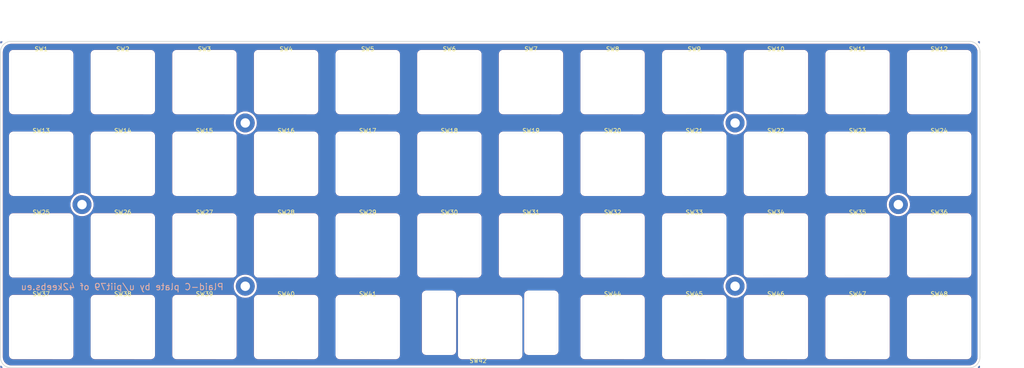
<source format=kicad_pcb>
(kicad_pcb (version 20171130) (host pcbnew 5.1.7-a382d34a8~88~ubuntu20.04.1)
  (layers (0 F.Cu signal) (31 B.Cu signal) (34 B.Paste user) (35 F.Paste user) (36 B.SilkS user) (37 F.SilkS user) (38 B.Mask user) (39 F.Mask user) (44 Edge.Cuts user))
  (net 0 "")
  (module plaid_silk:MX200 (layer F.Cu) (at 148.125 123.26 180)
    (fp_text reference SW42 (at 2.815 -7.855) (layer F.SilkS))
    (fp_text value SW_Push hide)
    (fp_line (start 6.999672 -6.499992) (end 6.999672 6.500007) (layer Edge.Cuts) (width 0.010007))
    (fp_line (start 15.40625 -5.499992) (end 15.40625 7.500008) (layer Edge.Cuts) (width 0.010007))
    (fp_line (start 8.40625 -5.499992) (end 8.40625 7.5) (layer Edge.Cuts) (width 0.010007))
    (fp_line (start -8.40625 -5.499992) (end -8.40625 7.5) (layer Edge.Cuts) (width 0.010007))
    (fp_line (start -15.40625 -5.499992) (end -15.40625 7.500008) (layer Edge.Cuts) (width 0.010007))
    (fp_line (start -14.90625 8.000008) (end -8.90625 8.000008) (layer Edge.Cuts) (width 0.010007))
    (fp_line (start -14.90625 -6) (end -8.90625 -5.999992) (layer Edge.Cuts) (width 0.010007))
    (fp_line (start 8.90625 8.000008) (end 14.90625 8.000008) (layer Edge.Cuts) (width 0.010007))
    (fp_line (start 8.90625 -5.999992) (end 14.90625 -5.999992) (layer Edge.Cuts) (width 0.010007))
    (fp_line (start -6.5 -7) (end 6.5 -7) (layer Edge.Cuts) (width 0.010007))
    (fp_line (start -6.5 7) (end 6.5 7) (layer Edge.Cuts) (width 0.010007))
    (fp_line (start -7 -6.5) (end -7 6.5) (layer Edge.Cuts) (width 0.010007))
    (fp_arc (start -8.90625 7.500008) (end -8.90625 8.000008) (angle -90) (layer Edge.Cuts) (width 0.010007))
    (fp_arc (start -14.90625 7.500008) (end -15.40625 7.500008) (angle -90) (layer Edge.Cuts) (width 0.010007))
    (fp_arc (start -8.90625 -5.5) (end -8.40625 -5.5) (angle -90) (layer Edge.Cuts) (width 0.010007))
    (fp_arc (start -14.90625 -5.5) (end -14.90625 -6) (angle -90) (layer Edge.Cuts) (width 0.010007))
    (fp_arc (start 8.90625 7.500008) (end 8.40625 7.500008) (angle -90) (layer Edge.Cuts) (width 0.010007))
    (fp_arc (start 14.90625 -5.5) (end 15.40625 -5.5) (angle -90) (layer Edge.Cuts) (width 0.010007))
    (fp_arc (start 8.90625 -5.5) (end 8.90625 -6) (angle -90) (layer Edge.Cuts) (width 0.010007))
    (fp_arc (start 14.90625 7.500008) (end 14.90625 8.000008) (angle -90) (layer Edge.Cuts) (width 0.010007))
    (fp_arc (start 6.499672 6.500007) (end 6.499672 7.000007) (angle -90) (layer Edge.Cuts) (width 0.010007))
    (fp_arc (start -6.5 6.5) (end -7 6.5) (angle -90) (layer Edge.Cuts) (width 0.010007))
    (fp_arc (start -6.5 -6.5) (end -6.5 -7) (angle -90) (layer Edge.Cuts) (width 0.010007))
    (fp_arc (start 6.5 -6.5) (end 7 -6.5) (angle -90) (layer Edge.Cuts) (width 0.010007))
  )
  (module plaid_silk:MX100 (layer F.Cu) (at 233.625 66.26)
    (fp_text reference SW11 (at 0 -7.7) (layer F.SilkS))
    (fp_text value SW_Push hide)
    (fp_line (start 7 -6.5) (end 7 6.5) (layer Edge.Cuts) (width 0.010007))
    (fp_line (start -6.5 -7) (end 6.5 -7) (layer Edge.Cuts) (width 0.010007))
    (fp_line (start -6.5 6.990924) (end 6.5 7) (layer Edge.Cuts) (width 0.010007))
    (fp_line (start -7 -6.5) (end -7 6.490924) (layer Edge.Cuts) (width 0.010007))
    (fp_arc (start -6.5 6.490924) (end -7 6.490924) (angle -90) (layer Edge.Cuts) (width 0.010007))
    (fp_arc (start -6.5 -6.5) (end -6.5 -7) (angle -90) (layer Edge.Cuts) (width 0.010007))
    (fp_arc (start 6.5 -6.5) (end 7 -6.5) (angle -90) (layer Edge.Cuts) (width 0.010007))
    (fp_arc (start 6.5 6.5) (end 6.5 7) (angle -90) (layer Edge.Cuts) (width 0.010007))
  )
  (module plaid_silk:MX100 (layer F.Cu) (at 157.625 85.26)
    (fp_text reference SW19 (at 0 -7.7) (layer F.SilkS))
    (fp_text value SW_Push hide)
    (fp_line (start 7 -6.5) (end 7 6.5) (layer Edge.Cuts) (width 0.010007))
    (fp_line (start -6.5 -7) (end 6.5 -7) (layer Edge.Cuts) (width 0.010007))
    (fp_line (start -6.5 6.990924) (end 6.5 7) (layer Edge.Cuts) (width 0.010007))
    (fp_line (start -7 -6.5) (end -7 6.490924) (layer Edge.Cuts) (width 0.010007))
    (fp_arc (start -6.5 6.490924) (end -7 6.490924) (angle -90) (layer Edge.Cuts) (width 0.010007))
    (fp_arc (start -6.5 -6.5) (end -6.5 -7) (angle -90) (layer Edge.Cuts) (width 0.010007))
    (fp_arc (start 6.5 -6.5) (end 7 -6.5) (angle -90) (layer Edge.Cuts) (width 0.010007))
    (fp_arc (start 6.5 6.5) (end 6.5 7) (angle -90) (layer Edge.Cuts) (width 0.010007))
  )
  (module plaid_silk:MX100 (layer F.Cu) (at 176.625 66.26)
    (fp_text reference SW8 (at 0 -7.7) (layer F.SilkS))
    (fp_text value SW_Push hide)
    (fp_line (start 7 -6.5) (end 7 6.5) (layer Edge.Cuts) (width 0.010007))
    (fp_line (start -6.5 -7) (end 6.5 -7) (layer Edge.Cuts) (width 0.010007))
    (fp_line (start -6.5 6.990924) (end 6.5 7) (layer Edge.Cuts) (width 0.010007))
    (fp_line (start -7 -6.5) (end -7 6.490924) (layer Edge.Cuts) (width 0.010007))
    (fp_arc (start -6.5 6.490924) (end -7 6.490924) (angle -90) (layer Edge.Cuts) (width 0.010007))
    (fp_arc (start -6.5 -6.5) (end -6.5 -7) (angle -90) (layer Edge.Cuts) (width 0.010007))
    (fp_arc (start 6.5 -6.5) (end 7 -6.5) (angle -90) (layer Edge.Cuts) (width 0.010007))
    (fp_arc (start 6.5 6.5) (end 6.5 7) (angle -90) (layer Edge.Cuts) (width 0.010007))
  )
  (module plaid_silk:MX100 (layer F.Cu) (at 195.625 66.26)
    (fp_text reference SW9 (at 0 -7.7) (layer F.SilkS))
    (fp_text value SW_Push hide)
    (fp_line (start 7 -6.5) (end 7 6.5) (layer Edge.Cuts) (width 0.010007))
    (fp_line (start -6.5 -7) (end 6.5 -7) (layer Edge.Cuts) (width 0.010007))
    (fp_line (start -6.5 6.990924) (end 6.5 7) (layer Edge.Cuts) (width 0.010007))
    (fp_line (start -7 -6.5) (end -7 6.490924) (layer Edge.Cuts) (width 0.010007))
    (fp_arc (start -6.5 6.490924) (end -7 6.490924) (angle -90) (layer Edge.Cuts) (width 0.010007))
    (fp_arc (start -6.5 -6.5) (end -6.5 -7) (angle -90) (layer Edge.Cuts) (width 0.010007))
    (fp_arc (start 6.5 -6.5) (end 7 -6.5) (angle -90) (layer Edge.Cuts) (width 0.010007))
    (fp_arc (start 6.5 6.5) (end 6.5 7) (angle -90) (layer Edge.Cuts) (width 0.010007))
  )
  (module plaid_silk:MX100 (layer F.Cu) (at 157.625 66.26)
    (fp_text reference SW7 (at 0 -7.7) (layer F.SilkS))
    (fp_text value SW_Push hide)
    (fp_line (start 7 -6.5) (end 7 6.5) (layer Edge.Cuts) (width 0.010007))
    (fp_line (start -6.5 -7) (end 6.5 -7) (layer Edge.Cuts) (width 0.010007))
    (fp_line (start -6.5 6.990924) (end 6.5 7) (layer Edge.Cuts) (width 0.010007))
    (fp_line (start -7 -6.5) (end -7 6.490924) (layer Edge.Cuts) (width 0.010007))
    (fp_arc (start -6.5 6.490924) (end -7 6.490924) (angle -90) (layer Edge.Cuts) (width 0.010007))
    (fp_arc (start -6.5 -6.5) (end -6.5 -7) (angle -90) (layer Edge.Cuts) (width 0.010007))
    (fp_arc (start 6.5 -6.5) (end 7 -6.5) (angle -90) (layer Edge.Cuts) (width 0.010007))
    (fp_arc (start 6.5 6.5) (end 6.5 7) (angle -90) (layer Edge.Cuts) (width 0.010007))
  )
  (module plaid_silk:MX100 (layer F.Cu) (at 62.625 66.26)
    (fp_text reference SW2 (at 0 -7.7) (layer F.SilkS))
    (fp_text value SW_Push hide)
    (fp_line (start 7 -6.5) (end 7 6.5) (layer Edge.Cuts) (width 0.010007))
    (fp_line (start -6.5 -7) (end 6.5 -7) (layer Edge.Cuts) (width 0.010007))
    (fp_line (start -6.5 6.990924) (end 6.5 7) (layer Edge.Cuts) (width 0.010007))
    (fp_line (start -7 -6.5) (end -7 6.490924) (layer Edge.Cuts) (width 0.010007))
    (fp_arc (start -6.5 6.490924) (end -7 6.490924) (angle -90) (layer Edge.Cuts) (width 0.010007))
    (fp_arc (start -6.5 -6.5) (end -6.5 -7) (angle -90) (layer Edge.Cuts) (width 0.010007))
    (fp_arc (start 6.5 -6.5) (end 7 -6.5) (angle -90) (layer Edge.Cuts) (width 0.010007))
    (fp_arc (start 6.5 6.5) (end 6.5 7) (angle -90) (layer Edge.Cuts) (width 0.010007))
  )
  (module plaid_silk:MX100 (layer F.Cu) (at 100.625 123.26)
    (fp_text reference SW40 (at 0 -7.7) (layer F.SilkS))
    (fp_text value SW_Push hide)
    (fp_line (start 7 -6.5) (end 7 6.5) (layer Edge.Cuts) (width 0.010007))
    (fp_line (start -6.5 -7) (end 6.5 -7) (layer Edge.Cuts) (width 0.010007))
    (fp_line (start -6.5 6.990924) (end 6.5 7) (layer Edge.Cuts) (width 0.010007))
    (fp_line (start -7 -6.5) (end -7 6.490924) (layer Edge.Cuts) (width 0.010007))
    (fp_arc (start -6.5 6.490924) (end -7 6.490924) (angle -90) (layer Edge.Cuts) (width 0.010007))
    (fp_arc (start -6.5 -6.5) (end -6.5 -7) (angle -90) (layer Edge.Cuts) (width 0.010007))
    (fp_arc (start 6.5 -6.5) (end 7 -6.5) (angle -90) (layer Edge.Cuts) (width 0.010007))
    (fp_arc (start 6.5 6.5) (end 6.5 7) (angle -90) (layer Edge.Cuts) (width 0.010007))
  )
  (module plaid_silk:MX100 (layer F.Cu) (at 100.625 104.26)
    (fp_text reference SW28 (at 0 -7.7) (layer F.SilkS))
    (fp_text value SW_Push hide)
    (fp_line (start 7 -6.5) (end 7 6.5) (layer Edge.Cuts) (width 0.010007))
    (fp_line (start -6.5 -7) (end 6.5 -7) (layer Edge.Cuts) (width 0.010007))
    (fp_line (start -6.5 6.990924) (end 6.5 7) (layer Edge.Cuts) (width 0.010007))
    (fp_line (start -7 -6.5) (end -7 6.490924) (layer Edge.Cuts) (width 0.010007))
    (fp_arc (start -6.5 6.490924) (end -7 6.490924) (angle -90) (layer Edge.Cuts) (width 0.010007))
    (fp_arc (start -6.5 -6.5) (end -6.5 -7) (angle -90) (layer Edge.Cuts) (width 0.010007))
    (fp_arc (start 6.5 -6.5) (end 7 -6.5) (angle -90) (layer Edge.Cuts) (width 0.010007))
    (fp_arc (start 6.5 6.5) (end 6.5 7) (angle -90) (layer Edge.Cuts) (width 0.010007))
  )
  (module plaid_silk:MX100 (layer F.Cu) (at 81.625 66.26)
    (fp_text reference SW3 (at 0 -7.7) (layer F.SilkS))
    (fp_text value SW_Push hide)
    (fp_line (start 7 -6.5) (end 7 6.5) (layer Edge.Cuts) (width 0.010007))
    (fp_line (start -6.5 -7) (end 6.5 -7) (layer Edge.Cuts) (width 0.010007))
    (fp_line (start -6.5 6.990924) (end 6.5 7) (layer Edge.Cuts) (width 0.010007))
    (fp_line (start -7 -6.5) (end -7 6.490924) (layer Edge.Cuts) (width 0.010007))
    (fp_arc (start -6.5 6.490924) (end -7 6.490924) (angle -90) (layer Edge.Cuts) (width 0.010007))
    (fp_arc (start -6.5 -6.5) (end -6.5 -7) (angle -90) (layer Edge.Cuts) (width 0.010007))
    (fp_arc (start 6.5 -6.5) (end 7 -6.5) (angle -90) (layer Edge.Cuts) (width 0.010007))
    (fp_arc (start 6.5 6.5) (end 6.5 7) (angle -90) (layer Edge.Cuts) (width 0.010007))
  )
  (module plaid_silk:MX100 (layer F.Cu) (at 100.625 66.26)
    (fp_text reference SW4 (at 0 -7.7) (layer F.SilkS))
    (fp_text value SW_Push hide)
    (fp_line (start 7 -6.5) (end 7 6.5) (layer Edge.Cuts) (width 0.010007))
    (fp_line (start -6.5 -7) (end 6.5 -7) (layer Edge.Cuts) (width 0.010007))
    (fp_line (start -6.5 6.990924) (end 6.5 7) (layer Edge.Cuts) (width 0.010007))
    (fp_line (start -7 -6.5) (end -7 6.490924) (layer Edge.Cuts) (width 0.010007))
    (fp_arc (start -6.5 6.490924) (end -7 6.490924) (angle -90) (layer Edge.Cuts) (width 0.010007))
    (fp_arc (start -6.5 -6.5) (end -6.5 -7) (angle -90) (layer Edge.Cuts) (width 0.010007))
    (fp_arc (start 6.5 -6.5) (end 7 -6.5) (angle -90) (layer Edge.Cuts) (width 0.010007))
    (fp_arc (start 6.5 6.5) (end 6.5 7) (angle -90) (layer Edge.Cuts) (width 0.010007))
  )
  (module plaid_silk:MX100 (layer F.Cu) (at 119.625 66.26)
    (fp_text reference SW5 (at 0 -7.7) (layer F.SilkS))
    (fp_text value SW_Push hide)
    (fp_line (start 7 -6.5) (end 7 6.5) (layer Edge.Cuts) (width 0.010007))
    (fp_line (start -6.5 -7) (end 6.5 -7) (layer Edge.Cuts) (width 0.010007))
    (fp_line (start -6.5 6.990924) (end 6.5 7) (layer Edge.Cuts) (width 0.010007))
    (fp_line (start -7 -6.5) (end -7 6.490924) (layer Edge.Cuts) (width 0.010007))
    (fp_arc (start -6.5 6.490924) (end -7 6.490924) (angle -90) (layer Edge.Cuts) (width 0.010007))
    (fp_arc (start -6.5 -6.5) (end -6.5 -7) (angle -90) (layer Edge.Cuts) (width 0.010007))
    (fp_arc (start 6.5 -6.5) (end 7 -6.5) (angle -90) (layer Edge.Cuts) (width 0.010007))
    (fp_arc (start 6.5 6.5) (end 6.5 7) (angle -90) (layer Edge.Cuts) (width 0.010007))
  )
  (module plaid_silk:MX100 (layer F.Cu) (at 138.625 66.26)
    (fp_text reference SW6 (at 0 -7.7) (layer F.SilkS))
    (fp_text value SW_Push hide)
    (fp_line (start 7 -6.5) (end 7 6.5) (layer Edge.Cuts) (width 0.010007))
    (fp_line (start -6.5 -7) (end 6.5 -7) (layer Edge.Cuts) (width 0.010007))
    (fp_line (start -6.5 6.990924) (end 6.5 7) (layer Edge.Cuts) (width 0.010007))
    (fp_line (start -7 -6.5) (end -7 6.490924) (layer Edge.Cuts) (width 0.010007))
    (fp_arc (start -6.5 6.490924) (end -7 6.490924) (angle -90) (layer Edge.Cuts) (width 0.010007))
    (fp_arc (start -6.5 -6.5) (end -6.5 -7) (angle -90) (layer Edge.Cuts) (width 0.010007))
    (fp_arc (start 6.5 -6.5) (end 7 -6.5) (angle -90) (layer Edge.Cuts) (width 0.010007))
    (fp_arc (start 6.5 6.5) (end 6.5 7) (angle -90) (layer Edge.Cuts) (width 0.010007))
  )
  (module plaid_silk:MX100 (layer F.Cu) (at 214.625 66.26)
    (fp_text reference SW10 (at 0 -7.7) (layer F.SilkS))
    (fp_text value SW_Push hide)
    (fp_line (start 7 -6.5) (end 7 6.5) (layer Edge.Cuts) (width 0.010007))
    (fp_line (start -6.5 -7) (end 6.5 -7) (layer Edge.Cuts) (width 0.010007))
    (fp_line (start -6.5 6.990924) (end 6.5 7) (layer Edge.Cuts) (width 0.010007))
    (fp_line (start -7 -6.5) (end -7 6.490924) (layer Edge.Cuts) (width 0.010007))
    (fp_arc (start -6.5 6.490924) (end -7 6.490924) (angle -90) (layer Edge.Cuts) (width 0.010007))
    (fp_arc (start -6.5 -6.5) (end -6.5 -7) (angle -90) (layer Edge.Cuts) (width 0.010007))
    (fp_arc (start 6.5 -6.5) (end 7 -6.5) (angle -90) (layer Edge.Cuts) (width 0.010007))
    (fp_arc (start 6.5 6.5) (end 6.5 7) (angle -90) (layer Edge.Cuts) (width 0.010007))
  )
  (module plaid_silk:MX100 (layer F.Cu) (at 252.625 66.26)
    (fp_text reference SW12 (at 0 -7.7) (layer F.SilkS))
    (fp_text value SW_Push hide)
    (fp_line (start 7 -6.5) (end 7 6.5) (layer Edge.Cuts) (width 0.010007))
    (fp_line (start -6.5 -7) (end 6.5 -7) (layer Edge.Cuts) (width 0.010007))
    (fp_line (start -6.5 6.990924) (end 6.5 7) (layer Edge.Cuts) (width 0.010007))
    (fp_line (start -7 -6.5) (end -7 6.490924) (layer Edge.Cuts) (width 0.010007))
    (fp_arc (start -6.5 6.490924) (end -7 6.490924) (angle -90) (layer Edge.Cuts) (width 0.010007))
    (fp_arc (start -6.5 -6.5) (end -6.5 -7) (angle -90) (layer Edge.Cuts) (width 0.010007))
    (fp_arc (start 6.5 -6.5) (end 7 -6.5) (angle -90) (layer Edge.Cuts) (width 0.010007))
    (fp_arc (start 6.5 6.5) (end 6.5 7) (angle -90) (layer Edge.Cuts) (width 0.010007))
  )
  (module plaid_silk:MX100 (layer F.Cu) (at 43.625 85.26)
    (fp_text reference SW13 (at 0 -7.7) (layer F.SilkS))
    (fp_text value SW_Push hide)
    (fp_line (start 7 -6.5) (end 7 6.5) (layer Edge.Cuts) (width 0.010007))
    (fp_line (start -6.5 -7) (end 6.5 -7) (layer Edge.Cuts) (width 0.010007))
    (fp_line (start -6.5 6.990924) (end 6.5 7) (layer Edge.Cuts) (width 0.010007))
    (fp_line (start -7 -6.5) (end -7 6.490924) (layer Edge.Cuts) (width 0.010007))
    (fp_arc (start -6.5 6.490924) (end -7 6.490924) (angle -90) (layer Edge.Cuts) (width 0.010007))
    (fp_arc (start -6.5 -6.5) (end -6.5 -7) (angle -90) (layer Edge.Cuts) (width 0.010007))
    (fp_arc (start 6.5 -6.5) (end 7 -6.5) (angle -90) (layer Edge.Cuts) (width 0.010007))
    (fp_arc (start 6.5 6.5) (end 6.5 7) (angle -90) (layer Edge.Cuts) (width 0.010007))
  )
  (module plaid_silk:MX100 (layer F.Cu) (at 62.625 85.26)
    (fp_text reference SW14 (at 0 -7.7) (layer F.SilkS))
    (fp_text value SW_Push hide)
    (fp_line (start 7 -6.5) (end 7 6.5) (layer Edge.Cuts) (width 0.010007))
    (fp_line (start -6.5 -7) (end 6.5 -7) (layer Edge.Cuts) (width 0.010007))
    (fp_line (start -6.5 6.990924) (end 6.5 7) (layer Edge.Cuts) (width 0.010007))
    (fp_line (start -7 -6.5) (end -7 6.490924) (layer Edge.Cuts) (width 0.010007))
    (fp_arc (start -6.5 6.490924) (end -7 6.490924) (angle -90) (layer Edge.Cuts) (width 0.010007))
    (fp_arc (start -6.5 -6.5) (end -6.5 -7) (angle -90) (layer Edge.Cuts) (width 0.010007))
    (fp_arc (start 6.5 -6.5) (end 7 -6.5) (angle -90) (layer Edge.Cuts) (width 0.010007))
    (fp_arc (start 6.5 6.5) (end 6.5 7) (angle -90) (layer Edge.Cuts) (width 0.010007))
  )
  (module plaid_silk:MX100 (layer F.Cu) (at 81.625 85.26)
    (fp_text reference SW15 (at 0 -7.7) (layer F.SilkS))
    (fp_text value SW_Push hide)
    (fp_line (start 7 -6.5) (end 7 6.5) (layer Edge.Cuts) (width 0.010007))
    (fp_line (start -6.5 -7) (end 6.5 -7) (layer Edge.Cuts) (width 0.010007))
    (fp_line (start -6.5 6.990924) (end 6.5 7) (layer Edge.Cuts) (width 0.010007))
    (fp_line (start -7 -6.5) (end -7 6.490924) (layer Edge.Cuts) (width 0.010007))
    (fp_arc (start -6.5 6.490924) (end -7 6.490924) (angle -90) (layer Edge.Cuts) (width 0.010007))
    (fp_arc (start -6.5 -6.5) (end -6.5 -7) (angle -90) (layer Edge.Cuts) (width 0.010007))
    (fp_arc (start 6.5 -6.5) (end 7 -6.5) (angle -90) (layer Edge.Cuts) (width 0.010007))
    (fp_arc (start 6.5 6.5) (end 6.5 7) (angle -90) (layer Edge.Cuts) (width 0.010007))
  )
  (module plaid_silk:MX100 (layer F.Cu) (at 100.625 85.26)
    (fp_text reference SW16 (at 0 -7.7) (layer F.SilkS))
    (fp_text value SW_Push hide)
    (fp_line (start 7 -6.5) (end 7 6.5) (layer Edge.Cuts) (width 0.010007))
    (fp_line (start -6.5 -7) (end 6.5 -7) (layer Edge.Cuts) (width 0.010007))
    (fp_line (start -6.5 6.990924) (end 6.5 7) (layer Edge.Cuts) (width 0.010007))
    (fp_line (start -7 -6.5) (end -7 6.490924) (layer Edge.Cuts) (width 0.010007))
    (fp_arc (start -6.5 6.490924) (end -7 6.490924) (angle -90) (layer Edge.Cuts) (width 0.010007))
    (fp_arc (start -6.5 -6.5) (end -6.5 -7) (angle -90) (layer Edge.Cuts) (width 0.010007))
    (fp_arc (start 6.5 -6.5) (end 7 -6.5) (angle -90) (layer Edge.Cuts) (width 0.010007))
    (fp_arc (start 6.5 6.5) (end 6.5 7) (angle -90) (layer Edge.Cuts) (width 0.010007))
  )
  (module plaid_silk:MX100 (layer F.Cu) (at 119.625 85.26)
    (fp_text reference SW17 (at 0 -7.7) (layer F.SilkS))
    (fp_text value SW_Push hide)
    (fp_line (start 7 -6.5) (end 7 6.5) (layer Edge.Cuts) (width 0.010007))
    (fp_line (start -6.5 -7) (end 6.5 -7) (layer Edge.Cuts) (width 0.010007))
    (fp_line (start -6.5 6.990924) (end 6.5 7) (layer Edge.Cuts) (width 0.010007))
    (fp_line (start -7 -6.5) (end -7 6.490924) (layer Edge.Cuts) (width 0.010007))
    (fp_arc (start -6.5 6.490924) (end -7 6.490924) (angle -90) (layer Edge.Cuts) (width 0.010007))
    (fp_arc (start -6.5 -6.5) (end -6.5 -7) (angle -90) (layer Edge.Cuts) (width 0.010007))
    (fp_arc (start 6.5 -6.5) (end 7 -6.5) (angle -90) (layer Edge.Cuts) (width 0.010007))
    (fp_arc (start 6.5 6.5) (end 6.5 7) (angle -90) (layer Edge.Cuts) (width 0.010007))
  )
  (module plaid_silk:MX100 (layer F.Cu) (at 138.625 85.26)
    (fp_text reference SW18 (at 0 -7.7) (layer F.SilkS))
    (fp_text value SW_Push hide)
    (fp_line (start 7 -6.5) (end 7 6.5) (layer Edge.Cuts) (width 0.010007))
    (fp_line (start -6.5 -7) (end 6.5 -7) (layer Edge.Cuts) (width 0.010007))
    (fp_line (start -6.5 6.990924) (end 6.5 7) (layer Edge.Cuts) (width 0.010007))
    (fp_line (start -7 -6.5) (end -7 6.490924) (layer Edge.Cuts) (width 0.010007))
    (fp_arc (start -6.5 6.490924) (end -7 6.490924) (angle -90) (layer Edge.Cuts) (width 0.010007))
    (fp_arc (start -6.5 -6.5) (end -6.5 -7) (angle -90) (layer Edge.Cuts) (width 0.010007))
    (fp_arc (start 6.5 -6.5) (end 7 -6.5) (angle -90) (layer Edge.Cuts) (width 0.010007))
    (fp_arc (start 6.5 6.5) (end 6.5 7) (angle -90) (layer Edge.Cuts) (width 0.010007))
  )
  (module plaid_silk:MX100 (layer F.Cu) (at 176.625 85.26)
    (fp_text reference SW20 (at 0 -7.7) (layer F.SilkS))
    (fp_text value SW_Push hide)
    (fp_line (start 7 -6.5) (end 7 6.5) (layer Edge.Cuts) (width 0.010007))
    (fp_line (start -6.5 -7) (end 6.5 -7) (layer Edge.Cuts) (width 0.010007))
    (fp_line (start -6.5 6.990924) (end 6.5 7) (layer Edge.Cuts) (width 0.010007))
    (fp_line (start -7 -6.5) (end -7 6.490924) (layer Edge.Cuts) (width 0.010007))
    (fp_arc (start -6.5 6.490924) (end -7 6.490924) (angle -90) (layer Edge.Cuts) (width 0.010007))
    (fp_arc (start -6.5 -6.5) (end -6.5 -7) (angle -90) (layer Edge.Cuts) (width 0.010007))
    (fp_arc (start 6.5 -6.5) (end 7 -6.5) (angle -90) (layer Edge.Cuts) (width 0.010007))
    (fp_arc (start 6.5 6.5) (end 6.5 7) (angle -90) (layer Edge.Cuts) (width 0.010007))
  )
  (module plaid_silk:MX100 (layer F.Cu) (at 195.625 85.26)
    (fp_text reference SW21 (at 0 -7.7) (layer F.SilkS))
    (fp_text value SW_Push hide)
    (fp_line (start 7 -6.5) (end 7 6.5) (layer Edge.Cuts) (width 0.010007))
    (fp_line (start -6.5 -7) (end 6.5 -7) (layer Edge.Cuts) (width 0.010007))
    (fp_line (start -6.5 6.990924) (end 6.5 7) (layer Edge.Cuts) (width 0.010007))
    (fp_line (start -7 -6.5) (end -7 6.490924) (layer Edge.Cuts) (width 0.010007))
    (fp_arc (start -6.5 6.490924) (end -7 6.490924) (angle -90) (layer Edge.Cuts) (width 0.010007))
    (fp_arc (start -6.5 -6.5) (end -6.5 -7) (angle -90) (layer Edge.Cuts) (width 0.010007))
    (fp_arc (start 6.5 -6.5) (end 7 -6.5) (angle -90) (layer Edge.Cuts) (width 0.010007))
    (fp_arc (start 6.5 6.5) (end 6.5 7) (angle -90) (layer Edge.Cuts) (width 0.010007))
  )
  (module plaid_silk:MX100 (layer F.Cu) (at 214.625 85.26)
    (fp_text reference SW22 (at 0 -7.7) (layer F.SilkS))
    (fp_text value SW_Push hide)
    (fp_line (start 7 -6.5) (end 7 6.5) (layer Edge.Cuts) (width 0.010007))
    (fp_line (start -6.5 -7) (end 6.5 -7) (layer Edge.Cuts) (width 0.010007))
    (fp_line (start -6.5 6.990924) (end 6.5 7) (layer Edge.Cuts) (width 0.010007))
    (fp_line (start -7 -6.5) (end -7 6.490924) (layer Edge.Cuts) (width 0.010007))
    (fp_arc (start -6.5 6.490924) (end -7 6.490924) (angle -90) (layer Edge.Cuts) (width 0.010007))
    (fp_arc (start -6.5 -6.5) (end -6.5 -7) (angle -90) (layer Edge.Cuts) (width 0.010007))
    (fp_arc (start 6.5 -6.5) (end 7 -6.5) (angle -90) (layer Edge.Cuts) (width 0.010007))
    (fp_arc (start 6.5 6.5) (end 6.5 7) (angle -90) (layer Edge.Cuts) (width 0.010007))
  )
  (module plaid_silk:MX100 (layer F.Cu) (at 233.625 85.26)
    (fp_text reference SW23 (at 0 -7.7) (layer F.SilkS))
    (fp_text value SW_Push hide)
    (fp_line (start 7 -6.5) (end 7 6.5) (layer Edge.Cuts) (width 0.010007))
    (fp_line (start -6.5 -7) (end 6.5 -7) (layer Edge.Cuts) (width 0.010007))
    (fp_line (start -6.5 6.990924) (end 6.5 7) (layer Edge.Cuts) (width 0.010007))
    (fp_line (start -7 -6.5) (end -7 6.490924) (layer Edge.Cuts) (width 0.010007))
    (fp_arc (start -6.5 6.490924) (end -7 6.490924) (angle -90) (layer Edge.Cuts) (width 0.010007))
    (fp_arc (start -6.5 -6.5) (end -6.5 -7) (angle -90) (layer Edge.Cuts) (width 0.010007))
    (fp_arc (start 6.5 -6.5) (end 7 -6.5) (angle -90) (layer Edge.Cuts) (width 0.010007))
    (fp_arc (start 6.5 6.5) (end 6.5 7) (angle -90) (layer Edge.Cuts) (width 0.010007))
  )
  (module plaid_silk:MX100 (layer F.Cu) (at 252.625 85.26)
    (fp_text reference SW24 (at 0 -7.7) (layer F.SilkS))
    (fp_text value SW_Push hide)
    (fp_line (start 7 -6.5) (end 7 6.5) (layer Edge.Cuts) (width 0.010007))
    (fp_line (start -6.5 -7) (end 6.5 -7) (layer Edge.Cuts) (width 0.010007))
    (fp_line (start -6.5 6.990924) (end 6.5 7) (layer Edge.Cuts) (width 0.010007))
    (fp_line (start -7 -6.5) (end -7 6.490924) (layer Edge.Cuts) (width 0.010007))
    (fp_arc (start -6.5 6.490924) (end -7 6.490924) (angle -90) (layer Edge.Cuts) (width 0.010007))
    (fp_arc (start -6.5 -6.5) (end -6.5 -7) (angle -90) (layer Edge.Cuts) (width 0.010007))
    (fp_arc (start 6.5 -6.5) (end 7 -6.5) (angle -90) (layer Edge.Cuts) (width 0.010007))
    (fp_arc (start 6.5 6.5) (end 6.5 7) (angle -90) (layer Edge.Cuts) (width 0.010007))
  )
  (module plaid_silk:MX100 (layer F.Cu) (at 43.625 104.26)
    (fp_text reference SW25 (at 0 -7.7) (layer F.SilkS))
    (fp_text value SW_Push hide)
    (fp_line (start 7 -6.5) (end 7 6.5) (layer Edge.Cuts) (width 0.010007))
    (fp_line (start -6.5 -7) (end 6.5 -7) (layer Edge.Cuts) (width 0.010007))
    (fp_line (start -6.5 6.990924) (end 6.5 7) (layer Edge.Cuts) (width 0.010007))
    (fp_line (start -7 -6.5) (end -7 6.490924) (layer Edge.Cuts) (width 0.010007))
    (fp_arc (start -6.5 6.490924) (end -7 6.490924) (angle -90) (layer Edge.Cuts) (width 0.010007))
    (fp_arc (start -6.5 -6.5) (end -6.5 -7) (angle -90) (layer Edge.Cuts) (width 0.010007))
    (fp_arc (start 6.5 -6.5) (end 7 -6.5) (angle -90) (layer Edge.Cuts) (width 0.010007))
    (fp_arc (start 6.5 6.5) (end 6.5 7) (angle -90) (layer Edge.Cuts) (width 0.010007))
  )
  (module plaid_silk:MX100 (layer F.Cu) (at 62.625 104.26)
    (fp_text reference SW26 (at 0 -7.7) (layer F.SilkS))
    (fp_text value SW_Push hide)
    (fp_line (start 7 -6.5) (end 7 6.5) (layer Edge.Cuts) (width 0.010007))
    (fp_line (start -6.5 -7) (end 6.5 -7) (layer Edge.Cuts) (width 0.010007))
    (fp_line (start -6.5 6.990924) (end 6.5 7) (layer Edge.Cuts) (width 0.010007))
    (fp_line (start -7 -6.5) (end -7 6.490924) (layer Edge.Cuts) (width 0.010007))
    (fp_arc (start -6.5 6.490924) (end -7 6.490924) (angle -90) (layer Edge.Cuts) (width 0.010007))
    (fp_arc (start -6.5 -6.5) (end -6.5 -7) (angle -90) (layer Edge.Cuts) (width 0.010007))
    (fp_arc (start 6.5 -6.5) (end 7 -6.5) (angle -90) (layer Edge.Cuts) (width 0.010007))
    (fp_arc (start 6.5 6.5) (end 6.5 7) (angle -90) (layer Edge.Cuts) (width 0.010007))
  )
  (module plaid_silk:MX100 (layer F.Cu) (at 81.625 104.26)
    (fp_text reference SW27 (at 0 -7.7) (layer F.SilkS))
    (fp_text value SW_Push hide)
    (fp_line (start 7 -6.5) (end 7 6.5) (layer Edge.Cuts) (width 0.010007))
    (fp_line (start -6.5 -7) (end 6.5 -7) (layer Edge.Cuts) (width 0.010007))
    (fp_line (start -6.5 6.990924) (end 6.5 7) (layer Edge.Cuts) (width 0.010007))
    (fp_line (start -7 -6.5) (end -7 6.490924) (layer Edge.Cuts) (width 0.010007))
    (fp_arc (start -6.5 6.490924) (end -7 6.490924) (angle -90) (layer Edge.Cuts) (width 0.010007))
    (fp_arc (start -6.5 -6.5) (end -6.5 -7) (angle -90) (layer Edge.Cuts) (width 0.010007))
    (fp_arc (start 6.5 -6.5) (end 7 -6.5) (angle -90) (layer Edge.Cuts) (width 0.010007))
    (fp_arc (start 6.5 6.5) (end 6.5 7) (angle -90) (layer Edge.Cuts) (width 0.010007))
  )
  (module plaid_silk:MX100 (layer F.Cu) (at 119.625 104.26)
    (fp_text reference SW29 (at 0 -7.7) (layer F.SilkS))
    (fp_text value SW_Push hide)
    (fp_line (start 7 -6.5) (end 7 6.5) (layer Edge.Cuts) (width 0.010007))
    (fp_line (start -6.5 -7) (end 6.5 -7) (layer Edge.Cuts) (width 0.010007))
    (fp_line (start -6.5 6.990924) (end 6.5 7) (layer Edge.Cuts) (width 0.010007))
    (fp_line (start -7 -6.5) (end -7 6.490924) (layer Edge.Cuts) (width 0.010007))
    (fp_arc (start -6.5 6.490924) (end -7 6.490924) (angle -90) (layer Edge.Cuts) (width 0.010007))
    (fp_arc (start -6.5 -6.5) (end -6.5 -7) (angle -90) (layer Edge.Cuts) (width 0.010007))
    (fp_arc (start 6.5 -6.5) (end 7 -6.5) (angle -90) (layer Edge.Cuts) (width 0.010007))
    (fp_arc (start 6.5 6.5) (end 6.5 7) (angle -90) (layer Edge.Cuts) (width 0.010007))
  )
  (module plaid_silk:MX100 (layer F.Cu) (at 138.625 104.26)
    (fp_text reference SW30 (at 0 -7.7) (layer F.SilkS))
    (fp_text value SW_Push hide)
    (fp_line (start 7 -6.5) (end 7 6.5) (layer Edge.Cuts) (width 0.010007))
    (fp_line (start -6.5 -7) (end 6.5 -7) (layer Edge.Cuts) (width 0.010007))
    (fp_line (start -6.5 6.990924) (end 6.5 7) (layer Edge.Cuts) (width 0.010007))
    (fp_line (start -7 -6.5) (end -7 6.490924) (layer Edge.Cuts) (width 0.010007))
    (fp_arc (start -6.5 6.490924) (end -7 6.490924) (angle -90) (layer Edge.Cuts) (width 0.010007))
    (fp_arc (start -6.5 -6.5) (end -6.5 -7) (angle -90) (layer Edge.Cuts) (width 0.010007))
    (fp_arc (start 6.5 -6.5) (end 7 -6.5) (angle -90) (layer Edge.Cuts) (width 0.010007))
    (fp_arc (start 6.5 6.5) (end 6.5 7) (angle -90) (layer Edge.Cuts) (width 0.010007))
  )
  (module plaid_silk:MX100 (layer F.Cu) (at 157.625 104.26)
    (fp_text reference SW31 (at 0 -7.7) (layer F.SilkS))
    (fp_text value SW_Push hide)
    (fp_line (start 7 -6.5) (end 7 6.5) (layer Edge.Cuts) (width 0.010007))
    (fp_line (start -6.5 -7) (end 6.5 -7) (layer Edge.Cuts) (width 0.010007))
    (fp_line (start -6.5 6.990924) (end 6.5 7) (layer Edge.Cuts) (width 0.010007))
    (fp_line (start -7 -6.5) (end -7 6.490924) (layer Edge.Cuts) (width 0.010007))
    (fp_arc (start -6.5 6.490924) (end -7 6.490924) (angle -90) (layer Edge.Cuts) (width 0.010007))
    (fp_arc (start -6.5 -6.5) (end -6.5 -7) (angle -90) (layer Edge.Cuts) (width 0.010007))
    (fp_arc (start 6.5 -6.5) (end 7 -6.5) (angle -90) (layer Edge.Cuts) (width 0.010007))
    (fp_arc (start 6.5 6.5) (end 6.5 7) (angle -90) (layer Edge.Cuts) (width 0.010007))
  )
  (module plaid_silk:MX100 (layer F.Cu) (at 176.625 104.26)
    (fp_text reference SW32 (at 0 -7.7) (layer F.SilkS))
    (fp_text value SW_Push hide)
    (fp_line (start 7 -6.5) (end 7 6.5) (layer Edge.Cuts) (width 0.010007))
    (fp_line (start -6.5 -7) (end 6.5 -7) (layer Edge.Cuts) (width 0.010007))
    (fp_line (start -6.5 6.990924) (end 6.5 7) (layer Edge.Cuts) (width 0.010007))
    (fp_line (start -7 -6.5) (end -7 6.490924) (layer Edge.Cuts) (width 0.010007))
    (fp_arc (start -6.5 6.490924) (end -7 6.490924) (angle -90) (layer Edge.Cuts) (width 0.010007))
    (fp_arc (start -6.5 -6.5) (end -6.5 -7) (angle -90) (layer Edge.Cuts) (width 0.010007))
    (fp_arc (start 6.5 -6.5) (end 7 -6.5) (angle -90) (layer Edge.Cuts) (width 0.010007))
    (fp_arc (start 6.5 6.5) (end 6.5 7) (angle -90) (layer Edge.Cuts) (width 0.010007))
  )
  (module plaid_silk:MX100 (layer F.Cu) (at 195.625 104.26)
    (fp_text reference SW33 (at 0 -7.7) (layer F.SilkS))
    (fp_text value SW_Push hide)
    (fp_line (start 7 -6.5) (end 7 6.5) (layer Edge.Cuts) (width 0.010007))
    (fp_line (start -6.5 -7) (end 6.5 -7) (layer Edge.Cuts) (width 0.010007))
    (fp_line (start -6.5 6.990924) (end 6.5 7) (layer Edge.Cuts) (width 0.010007))
    (fp_line (start -7 -6.5) (end -7 6.490924) (layer Edge.Cuts) (width 0.010007))
    (fp_arc (start -6.5 6.490924) (end -7 6.490924) (angle -90) (layer Edge.Cuts) (width 0.010007))
    (fp_arc (start -6.5 -6.5) (end -6.5 -7) (angle -90) (layer Edge.Cuts) (width 0.010007))
    (fp_arc (start 6.5 -6.5) (end 7 -6.5) (angle -90) (layer Edge.Cuts) (width 0.010007))
    (fp_arc (start 6.5 6.5) (end 6.5 7) (angle -90) (layer Edge.Cuts) (width 0.010007))
  )
  (module plaid_silk:MX100 (layer F.Cu) (at 214.625 104.26)
    (fp_text reference SW34 (at 0 -7.7) (layer F.SilkS))
    (fp_text value SW_Push hide)
    (fp_line (start 7 -6.5) (end 7 6.5) (layer Edge.Cuts) (width 0.010007))
    (fp_line (start -6.5 -7) (end 6.5 -7) (layer Edge.Cuts) (width 0.010007))
    (fp_line (start -6.5 6.990924) (end 6.5 7) (layer Edge.Cuts) (width 0.010007))
    (fp_line (start -7 -6.5) (end -7 6.490924) (layer Edge.Cuts) (width 0.010007))
    (fp_arc (start -6.5 6.490924) (end -7 6.490924) (angle -90) (layer Edge.Cuts) (width 0.010007))
    (fp_arc (start -6.5 -6.5) (end -6.5 -7) (angle -90) (layer Edge.Cuts) (width 0.010007))
    (fp_arc (start 6.5 -6.5) (end 7 -6.5) (angle -90) (layer Edge.Cuts) (width 0.010007))
    (fp_arc (start 6.5 6.5) (end 6.5 7) (angle -90) (layer Edge.Cuts) (width 0.010007))
  )
  (module plaid_silk:MX100 (layer F.Cu) (at 233.625 104.26)
    (fp_text reference SW35 (at 0 -7.7) (layer F.SilkS))
    (fp_text value SW_Push hide)
    (fp_line (start 7 -6.5) (end 7 6.5) (layer Edge.Cuts) (width 0.010007))
    (fp_line (start -6.5 -7) (end 6.5 -7) (layer Edge.Cuts) (width 0.010007))
    (fp_line (start -6.5 6.990924) (end 6.5 7) (layer Edge.Cuts) (width 0.010007))
    (fp_line (start -7 -6.5) (end -7 6.490924) (layer Edge.Cuts) (width 0.010007))
    (fp_arc (start -6.5 6.490924) (end -7 6.490924) (angle -90) (layer Edge.Cuts) (width 0.010007))
    (fp_arc (start -6.5 -6.5) (end -6.5 -7) (angle -90) (layer Edge.Cuts) (width 0.010007))
    (fp_arc (start 6.5 -6.5) (end 7 -6.5) (angle -90) (layer Edge.Cuts) (width 0.010007))
    (fp_arc (start 6.5 6.5) (end 6.5 7) (angle -90) (layer Edge.Cuts) (width 0.010007))
  )
  (module plaid_silk:MX100 (layer F.Cu) (at 252.625 104.26)
    (fp_text reference SW36 (at 0 -7.7) (layer F.SilkS))
    (fp_text value SW_Push hide)
    (fp_line (start 7 -6.5) (end 7 6.5) (layer Edge.Cuts) (width 0.010007))
    (fp_line (start -6.5 -7) (end 6.5 -7) (layer Edge.Cuts) (width 0.010007))
    (fp_line (start -6.5 6.990924) (end 6.5 7) (layer Edge.Cuts) (width 0.010007))
    (fp_line (start -7 -6.5) (end -7 6.490924) (layer Edge.Cuts) (width 0.010007))
    (fp_arc (start -6.5 6.490924) (end -7 6.490924) (angle -90) (layer Edge.Cuts) (width 0.010007))
    (fp_arc (start -6.5 -6.5) (end -6.5 -7) (angle -90) (layer Edge.Cuts) (width 0.010007))
    (fp_arc (start 6.5 -6.5) (end 7 -6.5) (angle -90) (layer Edge.Cuts) (width 0.010007))
    (fp_arc (start 6.5 6.5) (end 6.5 7) (angle -90) (layer Edge.Cuts) (width 0.010007))
  )
  (module plaid_silk:MX100 (layer F.Cu) (at 43.625 123.26)
    (fp_text reference SW37 (at 0 -7.7) (layer F.SilkS))
    (fp_text value SW_Push hide)
    (fp_line (start 7 -6.5) (end 7 6.5) (layer Edge.Cuts) (width 0.010007))
    (fp_line (start -6.5 -7) (end 6.5 -7) (layer Edge.Cuts) (width 0.010007))
    (fp_line (start -6.5 6.990924) (end 6.5 7) (layer Edge.Cuts) (width 0.010007))
    (fp_line (start -7 -6.5) (end -7 6.490924) (layer Edge.Cuts) (width 0.010007))
    (fp_arc (start -6.5 6.490924) (end -7 6.490924) (angle -90) (layer Edge.Cuts) (width 0.010007))
    (fp_arc (start -6.5 -6.5) (end -6.5 -7) (angle -90) (layer Edge.Cuts) (width 0.010007))
    (fp_arc (start 6.5 -6.5) (end 7 -6.5) (angle -90) (layer Edge.Cuts) (width 0.010007))
    (fp_arc (start 6.5 6.5) (end 6.5 7) (angle -90) (layer Edge.Cuts) (width 0.010007))
  )
  (module plaid_silk:MX100 (layer F.Cu) (at 62.625 123.26)
    (fp_text reference SW38 (at 0 -7.7) (layer F.SilkS))
    (fp_text value SW_Push hide)
    (fp_line (start 7 -6.5) (end 7 6.5) (layer Edge.Cuts) (width 0.010007))
    (fp_line (start -6.5 -7) (end 6.5 -7) (layer Edge.Cuts) (width 0.010007))
    (fp_line (start -6.5 6.990924) (end 6.5 7) (layer Edge.Cuts) (width 0.010007))
    (fp_line (start -7 -6.5) (end -7 6.490924) (layer Edge.Cuts) (width 0.010007))
    (fp_arc (start -6.5 6.490924) (end -7 6.490924) (angle -90) (layer Edge.Cuts) (width 0.010007))
    (fp_arc (start -6.5 -6.5) (end -6.5 -7) (angle -90) (layer Edge.Cuts) (width 0.010007))
    (fp_arc (start 6.5 -6.5) (end 7 -6.5) (angle -90) (layer Edge.Cuts) (width 0.010007))
    (fp_arc (start 6.5 6.5) (end 6.5 7) (angle -90) (layer Edge.Cuts) (width 0.010007))
  )
  (module plaid_silk:MX100 (layer F.Cu) (at 81.625 123.26)
    (fp_text reference SW39 (at 0 -7.7) (layer F.SilkS))
    (fp_text value SW_Push hide)
    (fp_line (start 7 -6.5) (end 7 6.5) (layer Edge.Cuts) (width 0.010007))
    (fp_line (start -6.5 -7) (end 6.5 -7) (layer Edge.Cuts) (width 0.010007))
    (fp_line (start -6.5 6.990924) (end 6.5 7) (layer Edge.Cuts) (width 0.010007))
    (fp_line (start -7 -6.5) (end -7 6.490924) (layer Edge.Cuts) (width 0.010007))
    (fp_arc (start -6.5 6.490924) (end -7 6.490924) (angle -90) (layer Edge.Cuts) (width 0.010007))
    (fp_arc (start -6.5 -6.5) (end -6.5 -7) (angle -90) (layer Edge.Cuts) (width 0.010007))
    (fp_arc (start 6.5 -6.5) (end 7 -6.5) (angle -90) (layer Edge.Cuts) (width 0.010007))
    (fp_arc (start 6.5 6.5) (end 6.5 7) (angle -90) (layer Edge.Cuts) (width 0.010007))
  )
  (module plaid_silk:MX100 (layer F.Cu) (at 119.625 123.26)
    (fp_text reference SW41 (at 0 -7.7) (layer F.SilkS))
    (fp_text value SW_Push hide)
    (fp_line (start 7 -6.5) (end 7 6.5) (layer Edge.Cuts) (width 0.010007))
    (fp_line (start -6.5 -7) (end 6.5 -7) (layer Edge.Cuts) (width 0.010007))
    (fp_line (start -6.5 6.990924) (end 6.5 7) (layer Edge.Cuts) (width 0.010007))
    (fp_line (start -7 -6.5) (end -7 6.490924) (layer Edge.Cuts) (width 0.010007))
    (fp_arc (start -6.5 6.490924) (end -7 6.490924) (angle -90) (layer Edge.Cuts) (width 0.010007))
    (fp_arc (start -6.5 -6.5) (end -6.5 -7) (angle -90) (layer Edge.Cuts) (width 0.010007))
    (fp_arc (start 6.5 -6.5) (end 7 -6.5) (angle -90) (layer Edge.Cuts) (width 0.010007))
    (fp_arc (start 6.5 6.5) (end 6.5 7) (angle -90) (layer Edge.Cuts) (width 0.010007))
  )
  (module plaid_silk:MX100 (layer F.Cu) (at 176.625 123.26)
    (fp_text reference SW44 (at 0 -7.7) (layer F.SilkS))
    (fp_text value SW_Push hide)
    (fp_line (start 7 -6.5) (end 7 6.5) (layer Edge.Cuts) (width 0.010007))
    (fp_line (start -6.5 -7) (end 6.5 -7) (layer Edge.Cuts) (width 0.010007))
    (fp_line (start -6.5 6.990924) (end 6.5 7) (layer Edge.Cuts) (width 0.010007))
    (fp_line (start -7 -6.5) (end -7 6.490924) (layer Edge.Cuts) (width 0.010007))
    (fp_arc (start -6.5 6.490924) (end -7 6.490924) (angle -90) (layer Edge.Cuts) (width 0.010007))
    (fp_arc (start -6.5 -6.5) (end -6.5 -7) (angle -90) (layer Edge.Cuts) (width 0.010007))
    (fp_arc (start 6.5 -6.5) (end 7 -6.5) (angle -90) (layer Edge.Cuts) (width 0.010007))
    (fp_arc (start 6.5 6.5) (end 6.5 7) (angle -90) (layer Edge.Cuts) (width 0.010007))
  )
  (module plaid_silk:MX100 (layer F.Cu) (at 195.625 123.26)
    (fp_text reference SW45 (at 0 -7.7) (layer F.SilkS))
    (fp_text value SW_Push hide)
    (fp_line (start 7 -6.5) (end 7 6.5) (layer Edge.Cuts) (width 0.010007))
    (fp_line (start -6.5 -7) (end 6.5 -7) (layer Edge.Cuts) (width 0.010007))
    (fp_line (start -6.5 6.990924) (end 6.5 7) (layer Edge.Cuts) (width 0.010007))
    (fp_line (start -7 -6.5) (end -7 6.490924) (layer Edge.Cuts) (width 0.010007))
    (fp_arc (start -6.5 6.490924) (end -7 6.490924) (angle -90) (layer Edge.Cuts) (width 0.010007))
    (fp_arc (start -6.5 -6.5) (end -6.5 -7) (angle -90) (layer Edge.Cuts) (width 0.010007))
    (fp_arc (start 6.5 -6.5) (end 7 -6.5) (angle -90) (layer Edge.Cuts) (width 0.010007))
    (fp_arc (start 6.5 6.5) (end 6.5 7) (angle -90) (layer Edge.Cuts) (width 0.010007))
  )
  (module plaid_silk:MX100 (layer F.Cu) (at 214.625 123.26)
    (fp_text reference SW46 (at 0 -7.7) (layer F.SilkS))
    (fp_text value SW_Push hide)
    (fp_line (start 7 -6.5) (end 7 6.5) (layer Edge.Cuts) (width 0.010007))
    (fp_line (start -6.5 -7) (end 6.5 -7) (layer Edge.Cuts) (width 0.010007))
    (fp_line (start -6.5 6.990924) (end 6.5 7) (layer Edge.Cuts) (width 0.010007))
    (fp_line (start -7 -6.5) (end -7 6.490924) (layer Edge.Cuts) (width 0.010007))
    (fp_arc (start -6.5 6.490924) (end -7 6.490924) (angle -90) (layer Edge.Cuts) (width 0.010007))
    (fp_arc (start -6.5 -6.5) (end -6.5 -7) (angle -90) (layer Edge.Cuts) (width 0.010007))
    (fp_arc (start 6.5 -6.5) (end 7 -6.5) (angle -90) (layer Edge.Cuts) (width 0.010007))
    (fp_arc (start 6.5 6.5) (end 6.5 7) (angle -90) (layer Edge.Cuts) (width 0.010007))
  )
  (module plaid_silk:MX100 (layer F.Cu) (at 233.625 123.26)
    (fp_text reference SW47 (at 0 -7.7) (layer F.SilkS))
    (fp_text value SW_Push hide)
    (fp_line (start 7 -6.5) (end 7 6.5) (layer Edge.Cuts) (width 0.010007))
    (fp_line (start -6.5 -7) (end 6.5 -7) (layer Edge.Cuts) (width 0.010007))
    (fp_line (start -6.5 6.990924) (end 6.5 7) (layer Edge.Cuts) (width 0.010007))
    (fp_line (start -7 -6.5) (end -7 6.490924) (layer Edge.Cuts) (width 0.010007))
    (fp_arc (start -6.5 6.490924) (end -7 6.490924) (angle -90) (layer Edge.Cuts) (width 0.010007))
    (fp_arc (start -6.5 -6.5) (end -6.5 -7) (angle -90) (layer Edge.Cuts) (width 0.010007))
    (fp_arc (start 6.5 -6.5) (end 7 -6.5) (angle -90) (layer Edge.Cuts) (width 0.010007))
    (fp_arc (start 6.5 6.5) (end 6.5 7) (angle -90) (layer Edge.Cuts) (width 0.010007))
  )
  (module plaid_silk:MX100 (layer F.Cu) (at 252.625 123.26)
    (fp_text reference SW48 (at 0 -7.7) (layer F.SilkS))
    (fp_text value SW_Push hide)
    (fp_line (start 7 -6.5) (end 7 6.5) (layer Edge.Cuts) (width 0.010007))
    (fp_line (start -6.5 -7) (end 6.5 -7) (layer Edge.Cuts) (width 0.010007))
    (fp_line (start -6.5 6.990924) (end 6.5 7) (layer Edge.Cuts) (width 0.010007))
    (fp_line (start -7 -6.5) (end -7 6.490924) (layer Edge.Cuts) (width 0.010007))
    (fp_arc (start -6.5 6.490924) (end -7 6.490924) (angle -90) (layer Edge.Cuts) (width 0.010007))
    (fp_arc (start -6.5 -6.5) (end -6.5 -7) (angle -90) (layer Edge.Cuts) (width 0.010007))
    (fp_arc (start 6.5 -6.5) (end 7 -6.5) (angle -90) (layer Edge.Cuts) (width 0.010007))
    (fp_arc (start 6.5 6.5) (end 6.5 7) (angle -90) (layer Edge.Cuts) (width 0.010007))
  )
  (module plaid_silk:MX100 (layer F.Cu) (at 43.625 66.26)
    (fp_text reference SW1 (at 0 -7.7) (layer F.SilkS))
    (fp_text value SW_Push hide)
    (fp_line (start 7 -6.5) (end 7 6.5) (layer Edge.Cuts) (width 0.010007))
    (fp_line (start -6.5 -7) (end 6.5 -7) (layer Edge.Cuts) (width 0.010007))
    (fp_line (start -6.5 6.990924) (end 6.5 7) (layer Edge.Cuts) (width 0.010007))
    (fp_line (start -7 -6.5) (end -7 6.490924) (layer Edge.Cuts) (width 0.010007))
    (fp_arc (start -6.5 6.490924) (end -7 6.490924) (angle -90) (layer Edge.Cuts) (width 0.010007))
    (fp_arc (start -6.5 -6.5) (end -6.5 -7) (angle -90) (layer Edge.Cuts) (width 0.010007))
    (fp_arc (start 6.5 -6.5) (end 7 -6.5) (angle -90) (layer Edge.Cuts) (width 0.010007))
    (fp_arc (start 6.5 6.5) (end 6.5 7) (angle -90) (layer Edge.Cuts) (width 0.010007))
  )
  (module Mounting_Holes:MountingHole_2.2mm_M2_Pad (layer F.Cu) (at 53.125 94.76)
    (fp_text reference H5 hide)
    (fp_text value M2)
    (pad 1 thru_hole circle (at 0 0) (size 4.4 4.4) (drill 2.2) (layers *.Cu *.Mask))
  )
  (module Mounting_Holes:MountingHole_2.2mm_M2_Pad (layer F.Cu) (at 91.125 75.76)
    (fp_text reference H6 hide)
    (fp_text value M2)
    (pad 1 thru_hole circle (at 0 0) (size 4.4 4.4) (drill 2.2) (layers *.Cu *.Mask))
  )
  (module Mounting_Holes:MountingHole_2.2mm_M2_Pad (layer F.Cu) (at 91.125 113.76)
    (fp_text reference H7 hide)
    (fp_text value M2)
    (pad 1 thru_hole circle (at 0 0) (size 4.4 4.4) (drill 2.2) (layers *.Cu *.Mask))
  )
  (module Mounting_Holes:MountingHole_2.2mm_M2_Pad (layer F.Cu) (at 205.125 75.76)
    (fp_text reference H8 hide)
    (fp_text value M2)
    (pad 1 thru_hole circle (at 0 0) (size 4.4 4.4) (drill 2.2) (layers *.Cu *.Mask))
  )
  (module Mounting_Holes:MountingHole_2.2mm_M2_Pad (layer F.Cu) (at 205.125 113.76)
    (fp_text reference H9 hide)
    (fp_text value M2)
    (pad 1 thru_hole circle (at 0 0) (size 4.4 4.4) (drill 2.2) (layers *.Cu *.Mask))
  )
  (module Mounting_Holes:MountingHole_2.2mm_M2_Pad (layer F.Cu) (at 243.125 94.76)
    (fp_text reference H10 hide)
    (fp_text value M2)
    (pad 1 thru_hole circle (at 0 0) (size 4.4 4.4) (drill 2.2) (layers *.Cu *.Mask))
  )
  (gr_text "Plaid-C plate by u/piit79 of 42keebs.eu" (at 86.195 113.91) (layer B.SilkS) (effects (font (size 1.5 1.5) (thickness 0.2)) (justify left mirror)))
  (gr_arc (start 259.625 59.26) (end 259.625 56.76) (angle 90) (layer Edge.Cuts) (width 0.15))
  (gr_arc (start 36.625 59.26) (end 36.625 56.76) (angle -90) (layer Edge.Cuts) (width 0.15))
  (gr_arc (start 36.625 130.26) (end 34.125 130.26) (angle -90) (layer Edge.Cuts) (width 0.15))
  (gr_arc (start 259.625 130.26) (end 259.625 132.76) (angle -90) (layer Edge.Cuts) (width 0.15))
  (gr_line (start 34.125 130.26) (end 34.125 59.26) (layer Edge.Cuts) (width 0.15))
  (gr_line (start 259.625 132.76) (end 36.625 132.76) (layer Edge.Cuts) (width 0.15))
  (gr_line (start 262.125 59.26) (end 262.125 130.26) (layer Edge.Cuts) (width 0.15))
  (gr_line (start 259.625 56.76) (end 36.625 56.76) (layer Edge.Cuts) (width 0.15))
  (zone (net 0) (net_name "") (layer F.Cu) (connect_pads (clearance 0.5)) (min_thickness 0.254) (fill yes (arc_segments 32) (thermal_gap 0.508) (thermal_bridge_width 0.508))
    (polygon (pts (xy 262.125 132.76) (xy 34.125 132.76) (xy 34.125 56.76) (xy 262.125 56.76)))
  )
  (zone (net 0) (net_name "") (layers F&B.Cu) (connect_pads (clearance 0.3)) (min_thickness 0.254)
    (keepout (tracks not_allowed) (vias not_allowed) (copperpour not_allowed))
    (fill (arc_segments 32) (thermal_gap 0.508) (thermal_bridge_width 0.508))
    (polygon (pts (xy 50.125 72.76) (xy 37.125 72.76) (xy 37.125 59.76) (xy 50.125 59.76)))
  )
  (zone (net 0) (net_name "") (layers F&B.Cu) (connect_pads (clearance 0.3)) (min_thickness 0.254)
    (keepout (tracks not_allowed) (vias not_allowed) (copperpour not_allowed))
    (fill (arc_segments 32) (thermal_gap 0.508) (thermal_bridge_width 0.508))
    (polygon (pts (xy 69.125 72.76) (xy 56.125 72.76) (xy 56.125 59.76) (xy 69.125 59.76)))
  )
  (zone (net 0) (net_name "") (layers F&B.Cu) (connect_pads (clearance 0.3)) (min_thickness 0.254)
    (keepout (tracks not_allowed) (vias not_allowed) (copperpour not_allowed))
    (fill (arc_segments 32) (thermal_gap 0.508) (thermal_bridge_width 0.508))
    (polygon (pts (xy 88.125 72.76) (xy 75.125 72.76) (xy 75.125 59.76) (xy 88.125 59.76)))
  )
  (zone (net 0) (net_name "") (layers F&B.Cu) (connect_pads (clearance 0.3)) (min_thickness 0.254)
    (keepout (tracks not_allowed) (vias not_allowed) (copperpour not_allowed))
    (fill (arc_segments 32) (thermal_gap 0.508) (thermal_bridge_width 0.508))
    (polygon (pts (xy 50.125 91.537139) (xy 37.125 91.537139) (xy 37.125 78.537139) (xy 50.125 78.537139)))
  )
  (zone (net 0) (net_name "") (layers F&B.Cu) (connect_pads (clearance 0.3)) (min_thickness 0.254)
    (keepout (tracks not_allowed) (vias not_allowed) (copperpour not_allowed))
    (fill (arc_segments 32) (thermal_gap 0.508) (thermal_bridge_width 0.508))
    (polygon (pts (xy 50.125 110.76) (xy 37.125 110.76) (xy 37.125 97.76) (xy 50.125 97.76)))
  )
  (zone (net 0) (net_name "") (layers F&B.Cu) (connect_pads (clearance 0.3)) (min_thickness 0.254)
    (keepout (tracks not_allowed) (vias not_allowed) (copperpour not_allowed))
    (fill (arc_segments 32) (thermal_gap 0.508) (thermal_bridge_width 0.508))
    (polygon (pts (xy 107.125 72.76) (xy 94.125 72.76) (xy 94.125 59.76) (xy 107.125 59.76)))
  )
  (zone (net 0) (net_name "") (layers F&B.Cu) (connect_pads (clearance 0.3)) (min_thickness 0.254)
    (keepout (tracks not_allowed) (vias not_allowed) (copperpour not_allowed))
    (fill (arc_segments 32) (thermal_gap 0.508) (thermal_bridge_width 0.508))
    (polygon (pts (xy 69.125 91.76) (xy 56.125 91.76) (xy 56.125 78.76) (xy 69.125 78.76)))
  )
  (zone (net 0) (net_name "") (layers F&B.Cu) (connect_pads (clearance 0.3)) (min_thickness 0.254)
    (keepout (tracks not_allowed) (vias not_allowed) (copperpour not_allowed))
    (fill (arc_segments 32) (thermal_gap 0.508) (thermal_bridge_width 0.508))
    (polygon (pts (xy 88.125 91.76) (xy 75.125 91.76) (xy 75.125 78.76) (xy 88.125 78.76)))
  )
  (zone (net 0) (net_name "") (layers F&B.Cu) (connect_pads (clearance 0.3)) (min_thickness 0.254)
    (keepout (tracks not_allowed) (vias not_allowed) (copperpour not_allowed))
    (fill (arc_segments 32) (thermal_gap 0.508) (thermal_bridge_width 0.508))
    (polygon (pts (xy 107.125 91.76) (xy 94.125 91.76) (xy 94.125 78.76) (xy 107.125 78.76)))
  )
  (zone (net 0) (net_name "") (layers F&B.Cu) (connect_pads (clearance 0.3)) (min_thickness 0.254)
    (keepout (tracks not_allowed) (vias not_allowed) (copperpour not_allowed))
    (fill (arc_segments 32) (thermal_gap 0.508) (thermal_bridge_width 0.508))
    (polygon (pts (xy 69.125 110.76) (xy 56.125 110.76) (xy 56.125 97.76) (xy 69.125 97.76)))
  )
  (zone (net 0) (net_name "") (layers F&B.Cu) (connect_pads (clearance 0.3)) (min_thickness 0.254)
    (keepout (tracks not_allowed) (vias not_allowed) (copperpour not_allowed))
    (fill (arc_segments 32) (thermal_gap 0.508) (thermal_bridge_width 0.508))
    (polygon (pts (xy 88.125 110.76) (xy 75.125 110.76) (xy 75.125 97.76) (xy 88.125 97.76)))
  )
  (zone (net 0) (net_name "") (layers F&B.Cu) (connect_pads (clearance 0.3)) (min_thickness 0.254)
    (keepout (tracks not_allowed) (vias not_allowed) (copperpour not_allowed))
    (fill (arc_segments 32) (thermal_gap 0.508) (thermal_bridge_width 0.508))
    (polygon (pts (xy 107.125 110.76) (xy 94.125 110.76) (xy 94.125 97.76) (xy 107.125 97.76)))
  )
  (zone (net 0) (net_name "") (layers F&B.Cu) (connect_pads (clearance 0.3)) (min_thickness 0.254)
    (keepout (tracks not_allowed) (vias not_allowed) (copperpour not_allowed))
    (fill (arc_segments 32) (thermal_gap 0.508) (thermal_bridge_width 0.508))
    (polygon (pts (xy 126.125 72.76) (xy 113.125 72.76) (xy 113.125 59.76) (xy 126.125 59.76)))
  )
  (zone (net 0) (net_name "") (layers F&B.Cu) (connect_pads (clearance 0.3)) (min_thickness 0.254)
    (keepout (tracks not_allowed) (vias not_allowed) (copperpour not_allowed))
    (fill (arc_segments 32) (thermal_gap 0.508) (thermal_bridge_width 0.508))
    (polygon (pts (xy 145.125 72.76) (xy 132.125 72.76) (xy 132.125 59.76) (xy 145.125 59.76)))
  )
  (zone (net 0) (net_name "") (layers F&B.Cu) (connect_pads (clearance 0.3)) (min_thickness 0.254)
    (keepout (tracks not_allowed) (vias not_allowed) (copperpour not_allowed))
    (fill (arc_segments 32) (thermal_gap 0.508) (thermal_bridge_width 0.508))
    (polygon (pts (xy 183.125 72.76) (xy 170.125 72.76) (xy 170.125 59.76) (xy 183.125 59.76)))
  )
  (zone (net 0) (net_name "") (layers F&B.Cu) (connect_pads (clearance 0.3)) (min_thickness 0.254)
    (keepout (tracks not_allowed) (vias not_allowed) (copperpour not_allowed))
    (fill (arc_segments 32) (thermal_gap 0.508) (thermal_bridge_width 0.508))
    (polygon (pts (xy 164.125 72.76) (xy 151.125 72.76) (xy 151.125 59.76) (xy 164.125 59.76)))
  )
  (zone (net 0) (net_name "") (layers F&B.Cu) (connect_pads (clearance 0.3)) (min_thickness 0.254)
    (keepout (tracks not_allowed) (vias not_allowed) (copperpour not_allowed))
    (fill (arc_segments 32) (thermal_gap 0.508) (thermal_bridge_width 0.508))
    (polygon (pts (xy 202.125 72.76) (xy 189.125 72.76) (xy 189.125 59.76) (xy 202.125 59.76)))
  )
  (zone (net 0) (net_name "") (layers F&B.Cu) (connect_pads (clearance 0.3)) (min_thickness 0.254)
    (keepout (tracks not_allowed) (vias not_allowed) (copperpour not_allowed))
    (fill (arc_segments 32) (thermal_gap 0.508) (thermal_bridge_width 0.508))
    (polygon (pts (xy 126.125 91.76) (xy 113.125 91.76) (xy 113.125 78.76) (xy 126.125 78.76)))
  )
  (zone (net 0) (net_name "") (layers F&B.Cu) (connect_pads (clearance 0.3)) (min_thickness 0.254)
    (keepout (tracks not_allowed) (vias not_allowed) (copperpour not_allowed))
    (fill (arc_segments 32) (thermal_gap 0.508) (thermal_bridge_width 0.508))
    (polygon (pts (xy 145.125 91.76) (xy 132.125 91.76) (xy 132.125 78.76) (xy 145.125 78.76)))
  )
  (zone (net 0) (net_name "") (layers F&B.Cu) (connect_pads (clearance 0.3)) (min_thickness 0.254)
    (keepout (tracks not_allowed) (vias not_allowed) (copperpour not_allowed))
    (fill (arc_segments 32) (thermal_gap 0.508) (thermal_bridge_width 0.508))
    (polygon (pts (xy 164.125 91.76) (xy 151.125 91.76) (xy 151.125 78.76) (xy 164.125 78.76)))
  )
  (zone (net 0) (net_name "") (layers F&B.Cu) (connect_pads (clearance 0.3)) (min_thickness 0.254)
    (keepout (tracks not_allowed) (vias not_allowed) (copperpour not_allowed))
    (fill (arc_segments 32) (thermal_gap 0.508) (thermal_bridge_width 0.508))
    (polygon (pts (xy 183.125 91.76) (xy 170.125 91.76) (xy 170.125 78.76) (xy 183.125 78.76)))
  )
  (zone (net 0) (net_name "") (layers F&B.Cu) (connect_pads (clearance 0.3)) (min_thickness 0.254)
    (keepout (tracks not_allowed) (vias not_allowed) (copperpour not_allowed))
    (fill (arc_segments 32) (thermal_gap 0.508) (thermal_bridge_width 0.508))
    (polygon (pts (xy 202.125 91.76) (xy 189.125 91.76) (xy 189.125 78.76) (xy 202.125 78.76)))
  )
  (zone (net 0) (net_name "") (layers F&B.Cu) (connect_pads (clearance 0.3)) (min_thickness 0.254)
    (keepout (tracks not_allowed) (vias not_allowed) (copperpour not_allowed))
    (fill (arc_segments 32) (thermal_gap 0.508) (thermal_bridge_width 0.508))
    (polygon (pts (xy 126.125 110.76) (xy 113.125 110.76) (xy 113.125 97.76) (xy 126.125 97.76)))
  )
  (zone (net 0) (net_name "") (layers F&B.Cu) (connect_pads (clearance 0.3)) (min_thickness 0.254)
    (keepout (tracks not_allowed) (vias not_allowed) (copperpour not_allowed))
    (fill (arc_segments 32) (thermal_gap 0.508) (thermal_bridge_width 0.508))
    (polygon (pts (xy 145.125 110.76) (xy 132.125 110.76) (xy 132.125 97.76) (xy 145.125 97.76)))
  )
  (zone (net 0) (net_name "") (layers F&B.Cu) (connect_pads (clearance 0.3)) (min_thickness 0.254)
    (keepout (tracks not_allowed) (vias not_allowed) (copperpour not_allowed))
    (fill (arc_segments 32) (thermal_gap 0.508) (thermal_bridge_width 0.508))
    (polygon (pts (xy 164.125 110.76) (xy 151.125 110.76) (xy 151.125 97.76) (xy 164.125 97.76)))
  )
  (zone (net 0) (net_name "") (layers F&B.Cu) (connect_pads (clearance 0.3)) (min_thickness 0.254)
    (keepout (tracks not_allowed) (vias not_allowed) (copperpour not_allowed))
    (fill (arc_segments 32) (thermal_gap 0.508) (thermal_bridge_width 0.508))
    (polygon (pts (xy 183.125 110.76) (xy 170.125 110.76) (xy 170.125 97.76) (xy 183.125 97.76)))
  )
  (zone (net 0) (net_name "") (layers F&B.Cu) (connect_pads (clearance 0.3)) (min_thickness 0.254)
    (keepout (tracks not_allowed) (vias not_allowed) (copperpour not_allowed))
    (fill (arc_segments 32) (thermal_gap 0.508) (thermal_bridge_width 0.508))
    (polygon (pts (xy 202.125 110.76) (xy 189.125 110.76) (xy 189.125 97.76) (xy 202.125 97.76)))
  )
  (zone (net 0) (net_name "") (layers F&B.Cu) (connect_pads (clearance 0.3)) (min_thickness 0.254)
    (keepout (tracks not_allowed) (vias not_allowed) (copperpour not_allowed))
    (fill (arc_segments 32) (thermal_gap 0.508) (thermal_bridge_width 0.508))
    (polygon (pts (xy 221.125 72.76) (xy 208.125 72.76) (xy 208.125 59.76) (xy 221.125 59.76)))
  )
  (zone (net 0) (net_name "") (layers F&B.Cu) (connect_pads (clearance 0.3)) (min_thickness 0.254)
    (keepout (tracks not_allowed) (vias not_allowed) (copperpour not_allowed))
    (fill (arc_segments 32) (thermal_gap 0.508) (thermal_bridge_width 0.508))
    (polygon (pts (xy 240.125 72.76) (xy 227.125 72.76) (xy 227.125 59.76) (xy 240.125 59.76)))
  )
  (zone (net 0) (net_name "") (layers F&B.Cu) (connect_pads (clearance 0.3)) (min_thickness 0.254)
    (keepout (tracks not_allowed) (vias not_allowed) (copperpour not_allowed))
    (fill (arc_segments 32) (thermal_gap 0.508) (thermal_bridge_width 0.508))
    (polygon (pts (xy 259.125 72.76) (xy 246.125 72.76) (xy 246.125 59.76) (xy 259.125 59.76)))
  )
  (zone (net 0) (net_name "") (layers F&B.Cu) (connect_pads (clearance 0.3)) (min_thickness 0.254)
    (keepout (tracks not_allowed) (vias not_allowed) (copperpour not_allowed))
    (fill (arc_segments 32) (thermal_gap 0.508) (thermal_bridge_width 0.508))
    (polygon (pts (xy 221.125 91.76) (xy 208.125 91.76) (xy 208.125 78.76) (xy 221.125 78.76)))
  )
  (zone (net 0) (net_name "") (layers F&B.Cu) (connect_pads (clearance 0.3)) (min_thickness 0.254)
    (keepout (tracks not_allowed) (vias not_allowed) (copperpour not_allowed))
    (fill (arc_segments 32) (thermal_gap 0.508) (thermal_bridge_width 0.508))
    (polygon (pts (xy 240.125 91.76) (xy 227.125 91.76) (xy 227.125 78.76) (xy 240.125 78.76)))
  )
  (zone (net 0) (net_name "") (layers F&B.Cu) (connect_pads (clearance 0.3)) (min_thickness 0.254)
    (keepout (tracks not_allowed) (vias not_allowed) (copperpour not_allowed))
    (fill (arc_segments 32) (thermal_gap 0.508) (thermal_bridge_width 0.508))
    (polygon (pts (xy 259.125 91.76) (xy 246.125 91.76) (xy 246.125 78.76) (xy 259.125 78.76)))
  )
  (zone (net 0) (net_name "") (layers F&B.Cu) (connect_pads (clearance 0.3)) (min_thickness 0.254)
    (keepout (tracks not_allowed) (vias not_allowed) (copperpour not_allowed))
    (fill (arc_segments 32) (thermal_gap 0.508) (thermal_bridge_width 0.508))
    (polygon (pts (xy 221.125 110.76) (xy 208.125 110.76) (xy 208.125 97.76) (xy 221.125 97.76)))
  )
  (zone (net 0) (net_name "") (layers F&B.Cu) (connect_pads (clearance 0.3)) (min_thickness 0.254)
    (keepout (tracks not_allowed) (vias not_allowed) (copperpour not_allowed))
    (fill (arc_segments 32) (thermal_gap 0.508) (thermal_bridge_width 0.508))
    (polygon (pts (xy 240.125 110.76) (xy 227.125 110.76) (xy 227.125 97.76) (xy 240.125 97.76)))
  )
  (zone (net 0) (net_name "") (layers F&B.Cu) (connect_pads (clearance 0.3)) (min_thickness 0.254)
    (keepout (tracks not_allowed) (vias not_allowed) (copperpour not_allowed))
    (fill (arc_segments 32) (thermal_gap 0.508) (thermal_bridge_width 0.508))
    (polygon (pts (xy 259.125 110.76) (xy 246.125 110.76) (xy 246.125 97.76) (xy 259.125 97.76)))
  )
  (zone (net 0) (net_name "") (layers F&B.Cu) (connect_pads (clearance 0.3)) (min_thickness 0.254)
    (keepout (tracks not_allowed) (vias not_allowed) (copperpour not_allowed))
    (fill (arc_segments 32) (thermal_gap 0.508) (thermal_bridge_width 0.508))
    (polygon (pts (xy 50.125 129.76) (xy 37.125 129.76) (xy 37.125 116.76) (xy 50.125 116.76)))
  )
  (zone (net 0) (net_name "") (layers F&B.Cu) (connect_pads (clearance 0.3)) (min_thickness 0.254)
    (keepout (tracks not_allowed) (vias not_allowed) (copperpour not_allowed))
    (fill (arc_segments 32) (thermal_gap 0.508) (thermal_bridge_width 0.508))
    (polygon (pts (xy 69.125 129.76) (xy 56.125 129.76) (xy 56.125 116.76) (xy 69.125 116.76)))
  )
  (zone (net 0) (net_name "") (layers F&B.Cu) (connect_pads (clearance 0.3)) (min_thickness 0.254)
    (keepout (tracks not_allowed) (vias not_allowed) (copperpour not_allowed))
    (fill (arc_segments 32) (thermal_gap 0.508) (thermal_bridge_width 0.508))
    (polygon (pts (xy 88.125 129.76) (xy 75.125 129.76) (xy 75.125 116.76) (xy 88.125 116.76)))
  )
  (zone (net 0) (net_name "") (layers F&B.Cu) (connect_pads (clearance 0.3)) (min_thickness 0.254)
    (keepout (tracks not_allowed) (vias not_allowed) (copperpour not_allowed))
    (fill (arc_segments 32) (thermal_gap 0.508) (thermal_bridge_width 0.508))
    (polygon (pts (xy 107.125 129.76) (xy 94.125 129.76) (xy 94.125 116.76) (xy 107.125 116.76)))
  )
  (zone (net 0) (net_name "") (layers F&B.Cu) (connect_pads (clearance 0.3)) (min_thickness 0.254)
    (keepout (tracks not_allowed) (vias not_allowed) (copperpour not_allowed))
    (fill (arc_segments 32) (thermal_gap 0.508) (thermal_bridge_width 0.508))
    (polygon (pts (xy 126.125 129.76) (xy 113.125 129.76) (xy 113.125 116.76) (xy 126.125 116.76)))
  )
  (zone (net 0) (net_name "") (layers F&B.Cu) (connect_pads (clearance 0.3)) (min_thickness 0.254)
    (keepout (tracks not_allowed) (vias not_allowed) (copperpour not_allowed))
    (fill (arc_segments 32) (thermal_gap 0.508) (thermal_bridge_width 0.508))
    (polygon (pts (xy 183.125 129.76) (xy 170.125 129.76) (xy 170.125 116.76) (xy 183.125 116.76)))
  )
  (zone (net 0) (net_name "") (layers F&B.Cu) (connect_pads (clearance 0.3)) (min_thickness 0.254)
    (keepout (tracks not_allowed) (vias not_allowed) (copperpour not_allowed))
    (fill (arc_segments 32) (thermal_gap 0.508) (thermal_bridge_width 0.508))
    (polygon (pts (xy 202.125 129.76) (xy 189.125 129.76) (xy 189.125 116.76) (xy 202.125 116.76)))
  )
  (zone (net 0) (net_name "") (layers F&B.Cu) (connect_pads (clearance 0.3)) (min_thickness 0.254)
    (keepout (tracks not_allowed) (vias not_allowed) (copperpour not_allowed))
    (fill (arc_segments 32) (thermal_gap 0.508) (thermal_bridge_width 0.508))
    (polygon (pts (xy 221.125 129.76) (xy 208.125 129.76) (xy 208.125 116.76) (xy 221.125 116.76)))
  )
  (zone (net 0) (net_name "") (layers F&B.Cu) (connect_pads (clearance 0.3)) (min_thickness 0.254)
    (keepout (tracks not_allowed) (vias not_allowed) (copperpour not_allowed))
    (fill (arc_segments 32) (thermal_gap 0.508) (thermal_bridge_width 0.508))
    (polygon (pts (xy 240.125 129.76) (xy 227.125 129.76) (xy 227.125 116.76) (xy 240.125 116.76)))
  )
  (zone (net 0) (net_name "") (layers F&B.Cu) (connect_pads (clearance 0.3)) (min_thickness 0.254)
    (keepout (tracks not_allowed) (vias not_allowed) (copperpour not_allowed))
    (fill (arc_segments 32) (thermal_gap 0.508) (thermal_bridge_width 0.508))
    (polygon (pts (xy 259.125 129.76) (xy 246.125 129.76) (xy 246.125 116.76) (xy 259.125 116.76)))
  )
  (zone (net 0) (net_name "") (layer B.Cu) (connect_pads (clearance 0.5)) (min_thickness 0.254) (fill yes (arc_segments 32) (thermal_gap 0.508) (thermal_bridge_width 0.508))
    (polygon (pts (xy 262.125 132.76) (xy 34.125 132.76) (xy 34.125 56.76) (xy 262.125 56.76)))
  )
  (zone (net 0) (net_name "") (layers F&B.Cu) (connect_pads (clearance 0.3)) (min_thickness 0.254)
    (keepout (tracks not_allowed) (vias not_allowed) (copperpour not_allowed))
    (fill (arc_segments 32) (thermal_gap 0.508) (thermal_bridge_width 0.508))
    (polygon (pts (xy 154.625 129.76) (xy 141.625 129.76) (xy 141.625 116.76) (xy 154.625 116.76)))
  )
  (zone (net 0) (net_name "") (layers F&B.Cu) (connect_pads (clearance 0.3)) (min_thickness 0.254)
    (keepout (tracks not_allowed) (vias not_allowed) (copperpour not_allowed))
    (fill (arc_segments 32) (thermal_gap 0.508) (thermal_bridge_width 0.508))
    (polygon (pts (xy 139.125 128.76) (xy 133.125 128.76) (xy 133.125 115.76) (xy 139.125 115.76)))
  )
  (zone (net 0) (net_name "") (layers F&B.Cu) (connect_pads (clearance 0.3)) (min_thickness 0.254)
    (keepout (tracks not_allowed) (vias not_allowed) (copperpour not_allowed))
    (fill (arc_segments 32) (thermal_gap 0.508) (thermal_bridge_width 0.508))
    (polygon (pts (xy 163.125 128.76) (xy 157.125 128.76) (xy 157.125 115.76) (xy 163.125 115.76)))
  )
)
</source>
